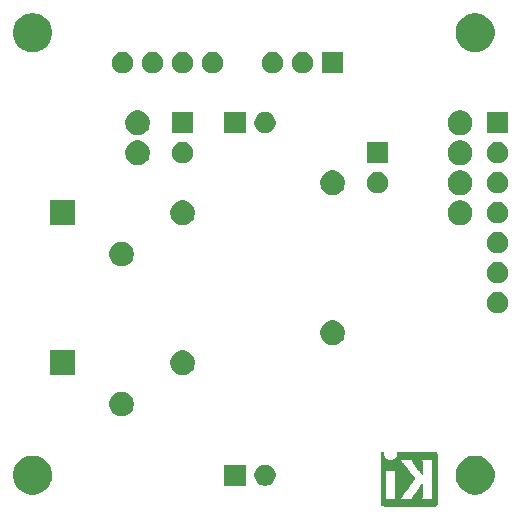
<source format=gbs>
G04 #@! TF.GenerationSoftware,KiCad,Pcbnew,5.1.5-52549c5~84~ubuntu19.04.1*
G04 #@! TF.CreationDate,2019-11-23T15:47:04+01:00*
G04 #@! TF.ProjectId,2ch-4-20mA,3263682d-342d-4323-906d-412e6b696361,rev?*
G04 #@! TF.SameCoordinates,Original*
G04 #@! TF.FileFunction,Soldermask,Bot*
G04 #@! TF.FilePolarity,Negative*
%FSLAX46Y46*%
G04 Gerber Fmt 4.6, Leading zero omitted, Abs format (unit mm)*
G04 Created by KiCad (PCBNEW 5.1.5-52549c5~84~ubuntu19.04.1) date 2019-11-23 15:47:04*
%MOMM*%
%LPD*%
G04 APERTURE LIST*
%ADD10C,0.010000*%
%ADD11C,0.100000*%
G04 APERTURE END LIST*
D10*
G36*
X150901400Y-118774054D02*
G01*
X150890535Y-118887993D01*
X150858918Y-118995616D01*
X150808015Y-119094615D01*
X150739293Y-119182684D01*
X150654219Y-119257516D01*
X150557232Y-119315384D01*
X150450964Y-119355005D01*
X150343950Y-119373573D01*
X150238300Y-119372434D01*
X150136125Y-119352930D01*
X150039534Y-119316406D01*
X149950638Y-119264205D01*
X149871546Y-119197673D01*
X149804369Y-119118152D01*
X149751217Y-119026987D01*
X149714199Y-118925523D01*
X149695427Y-118815102D01*
X149693489Y-118765206D01*
X149693489Y-118677267D01*
X149641560Y-118677267D01*
X149605253Y-118680111D01*
X149578355Y-118691911D01*
X149551249Y-118715649D01*
X149512867Y-118754031D01*
X149512867Y-120945602D01*
X149512876Y-121207739D01*
X149512908Y-121448241D01*
X149512972Y-121668048D01*
X149513076Y-121868101D01*
X149513227Y-122049344D01*
X149513434Y-122212716D01*
X149513706Y-122359160D01*
X149514050Y-122489617D01*
X149514474Y-122605029D01*
X149514987Y-122706338D01*
X149515597Y-122794484D01*
X149516312Y-122870410D01*
X149517140Y-122935057D01*
X149518089Y-122989367D01*
X149519167Y-123034280D01*
X149520383Y-123070740D01*
X149521745Y-123099687D01*
X149523261Y-123122063D01*
X149524938Y-123138809D01*
X149526786Y-123150868D01*
X149528813Y-123159180D01*
X149531025Y-123164687D01*
X149532108Y-123166537D01*
X149536271Y-123173549D01*
X149539805Y-123179996D01*
X149543635Y-123185900D01*
X149548682Y-123191286D01*
X149555871Y-123196178D01*
X149566123Y-123200598D01*
X149580364Y-123204572D01*
X149599514Y-123208121D01*
X149624499Y-123211270D01*
X149656240Y-123214042D01*
X149695662Y-123216461D01*
X149743686Y-123218551D01*
X149801237Y-123220335D01*
X149869237Y-123221837D01*
X149948610Y-123223080D01*
X150040279Y-123224089D01*
X150145166Y-123224885D01*
X150264196Y-123225494D01*
X150398290Y-123225939D01*
X150548373Y-123226243D01*
X150715367Y-123226430D01*
X150900196Y-123226524D01*
X151103783Y-123226548D01*
X151327050Y-123226525D01*
X151570922Y-123226480D01*
X151836321Y-123226437D01*
X151874704Y-123226432D01*
X152141682Y-123226389D01*
X152387002Y-123226318D01*
X152611583Y-123226213D01*
X152816345Y-123226066D01*
X153002206Y-123225869D01*
X153170088Y-123225616D01*
X153320908Y-123225300D01*
X153455587Y-123224913D01*
X153575044Y-123224447D01*
X153680199Y-123223897D01*
X153771971Y-123223253D01*
X153851279Y-123222511D01*
X153919043Y-123221661D01*
X153976182Y-123220697D01*
X154023617Y-123219611D01*
X154062266Y-123218397D01*
X154093049Y-123217047D01*
X154116885Y-123215555D01*
X154134694Y-123213911D01*
X154147395Y-123212111D01*
X154155908Y-123210145D01*
X154160266Y-123208477D01*
X154168728Y-123204906D01*
X154176497Y-123202270D01*
X154183602Y-123199634D01*
X154190073Y-123196062D01*
X154195939Y-123190621D01*
X154201229Y-123182375D01*
X154205974Y-123170390D01*
X154210202Y-123153731D01*
X154213943Y-123131463D01*
X154217227Y-123102652D01*
X154220083Y-123066363D01*
X154222540Y-123021661D01*
X154224629Y-122967611D01*
X154226378Y-122903279D01*
X154227817Y-122827730D01*
X154228976Y-122740030D01*
X154229883Y-122639243D01*
X154230569Y-122524434D01*
X154231063Y-122394670D01*
X154231395Y-122249015D01*
X154231593Y-122086535D01*
X154231687Y-121906295D01*
X154231708Y-121707360D01*
X154231685Y-121488796D01*
X154231646Y-121249668D01*
X154231622Y-120989040D01*
X154231622Y-120946889D01*
X154231636Y-120683992D01*
X154231661Y-120442732D01*
X154231671Y-120222165D01*
X154231642Y-120021352D01*
X154231548Y-119839349D01*
X154231362Y-119675216D01*
X154231059Y-119528011D01*
X154230614Y-119396792D01*
X154230034Y-119286867D01*
X153927197Y-119286867D01*
X153887407Y-119344711D01*
X153876236Y-119360479D01*
X153866166Y-119374441D01*
X153857138Y-119387784D01*
X153849097Y-119401693D01*
X153841986Y-119417356D01*
X153835747Y-119435958D01*
X153830325Y-119458686D01*
X153825662Y-119486727D01*
X153821701Y-119521267D01*
X153818385Y-119563492D01*
X153815659Y-119614589D01*
X153813464Y-119675744D01*
X153811745Y-119748144D01*
X153810444Y-119832975D01*
X153809505Y-119931422D01*
X153808870Y-120044674D01*
X153808484Y-120173916D01*
X153808288Y-120320334D01*
X153808227Y-120485116D01*
X153808243Y-120669447D01*
X153808280Y-120874513D01*
X153808289Y-120997133D01*
X153808265Y-121214082D01*
X153808231Y-121409642D01*
X153808243Y-121584999D01*
X153808358Y-121741341D01*
X153808630Y-121879857D01*
X153809118Y-122001734D01*
X153809876Y-122108160D01*
X153810962Y-122200322D01*
X153812431Y-122279409D01*
X153814340Y-122346608D01*
X153816744Y-122403107D01*
X153819701Y-122450093D01*
X153823266Y-122488755D01*
X153827495Y-122520280D01*
X153832446Y-122545855D01*
X153838173Y-122566670D01*
X153844733Y-122583911D01*
X153852183Y-122598765D01*
X153860579Y-122612422D01*
X153869976Y-122626069D01*
X153880432Y-122640893D01*
X153886523Y-122649783D01*
X153925296Y-122707400D01*
X153393732Y-122707400D01*
X153270483Y-122707365D01*
X153167987Y-122707215D01*
X153084420Y-122706878D01*
X153017956Y-122706286D01*
X152966771Y-122705367D01*
X152929041Y-122704051D01*
X152902940Y-122702269D01*
X152886644Y-122699951D01*
X152878328Y-122697026D01*
X152876168Y-122693424D01*
X152878339Y-122689075D01*
X152879535Y-122687645D01*
X152904685Y-122650573D01*
X152930583Y-122597772D01*
X152954192Y-122535770D01*
X152962461Y-122509357D01*
X152967078Y-122491416D01*
X152970979Y-122470355D01*
X152974248Y-122444089D01*
X152976966Y-122410532D01*
X152979215Y-122367599D01*
X152981077Y-122313204D01*
X152982636Y-122245262D01*
X152983972Y-122161688D01*
X152985169Y-122060395D01*
X152986308Y-121939300D01*
X152986685Y-121894600D01*
X152987702Y-121769449D01*
X152988460Y-121665082D01*
X152988903Y-121579707D01*
X152988970Y-121511533D01*
X152988605Y-121458765D01*
X152987748Y-121419614D01*
X152986341Y-121392285D01*
X152984325Y-121374986D01*
X152981643Y-121365926D01*
X152978236Y-121363312D01*
X152974044Y-121365351D01*
X152969571Y-121369667D01*
X152959216Y-121382602D01*
X152937158Y-121411676D01*
X152904957Y-121454759D01*
X152864174Y-121509718D01*
X152816370Y-121574423D01*
X152763105Y-121646742D01*
X152705940Y-121724544D01*
X152646437Y-121805698D01*
X152586155Y-121888072D01*
X152526655Y-121969536D01*
X152469498Y-122047957D01*
X152416245Y-122121204D01*
X152368457Y-122187147D01*
X152327693Y-122243654D01*
X152295516Y-122288593D01*
X152273485Y-122319834D01*
X152268917Y-122326466D01*
X152245996Y-122363369D01*
X152219188Y-122411359D01*
X152193789Y-122460897D01*
X152190568Y-122467577D01*
X152168890Y-122515772D01*
X152156304Y-122553334D01*
X152150574Y-122589160D01*
X152149456Y-122631200D01*
X152150090Y-122707400D01*
X150995651Y-122707400D01*
X151086815Y-122613669D01*
X151133612Y-122563775D01*
X151183899Y-122507295D01*
X151229944Y-122453026D01*
X151250369Y-122427673D01*
X151280807Y-122388128D01*
X151320862Y-122334916D01*
X151369361Y-122269667D01*
X151425135Y-122194011D01*
X151487011Y-122109577D01*
X151553819Y-122017994D01*
X151624387Y-121920892D01*
X151697545Y-121819901D01*
X151772121Y-121716650D01*
X151846944Y-121612768D01*
X151920843Y-121509885D01*
X151992646Y-121409631D01*
X152061184Y-121313636D01*
X152125284Y-121223527D01*
X152183775Y-121140936D01*
X152235486Y-121067492D01*
X152279247Y-121004824D01*
X152313885Y-120954561D01*
X152338230Y-120918334D01*
X152351111Y-120897771D01*
X152352869Y-120893668D01*
X152344910Y-120882342D01*
X152324115Y-120855162D01*
X152291847Y-120813829D01*
X152249470Y-120760044D01*
X152198347Y-120695506D01*
X152139841Y-120621918D01*
X152075314Y-120540978D01*
X152006131Y-120454388D01*
X151933653Y-120363848D01*
X151859246Y-120271060D01*
X151799517Y-120196702D01*
X150788511Y-120196702D01*
X150782602Y-120209659D01*
X150768272Y-120231908D01*
X150767225Y-120233391D01*
X150748438Y-120263544D01*
X150728791Y-120300375D01*
X150724892Y-120308511D01*
X150721356Y-120316940D01*
X150718230Y-120327059D01*
X150715486Y-120340260D01*
X150713092Y-120357938D01*
X150711019Y-120381484D01*
X150709235Y-120412293D01*
X150707712Y-120451757D01*
X150706419Y-120501269D01*
X150705326Y-120562223D01*
X150704403Y-120636011D01*
X150703619Y-120724028D01*
X150702945Y-120827665D01*
X150702350Y-120948316D01*
X150701805Y-121087374D01*
X150701279Y-121246232D01*
X150700745Y-121425089D01*
X150700206Y-121610207D01*
X150699772Y-121774145D01*
X150699509Y-121918303D01*
X150699484Y-122044079D01*
X150699765Y-122152871D01*
X150700419Y-122246077D01*
X150701514Y-122325097D01*
X150703118Y-122391328D01*
X150705297Y-122446170D01*
X150708119Y-122491021D01*
X150711651Y-122527278D01*
X150715961Y-122556341D01*
X150721117Y-122579609D01*
X150727185Y-122598479D01*
X150734233Y-122614351D01*
X150742329Y-122628622D01*
X150751540Y-122642691D01*
X150760040Y-122655158D01*
X150777176Y-122681452D01*
X150787322Y-122699037D01*
X150788511Y-122702257D01*
X150777604Y-122703334D01*
X150746411Y-122704335D01*
X150697223Y-122705235D01*
X150632333Y-122706010D01*
X150554030Y-122706637D01*
X150464607Y-122707091D01*
X150366356Y-122707349D01*
X150297445Y-122707400D01*
X150192452Y-122707180D01*
X150095610Y-122706548D01*
X150009107Y-122705549D01*
X149935132Y-122704227D01*
X149875874Y-122702626D01*
X149833520Y-122700791D01*
X149810260Y-122698765D01*
X149806378Y-122697493D01*
X149814076Y-122682591D01*
X149822074Y-122674560D01*
X149835246Y-122657434D01*
X149852485Y-122627183D01*
X149864407Y-122602622D01*
X149891045Y-122543711D01*
X149894120Y-121366845D01*
X149897195Y-120189978D01*
X150342853Y-120189978D01*
X150440670Y-120190142D01*
X150531064Y-120190611D01*
X150611630Y-120191347D01*
X150679962Y-120192316D01*
X150733656Y-120193480D01*
X150770305Y-120194803D01*
X150787504Y-120196249D01*
X150788511Y-120196702D01*
X151799517Y-120196702D01*
X151784270Y-120177722D01*
X151710090Y-120085537D01*
X151638069Y-119996204D01*
X151569569Y-119911424D01*
X151505955Y-119832898D01*
X151448588Y-119762326D01*
X151398833Y-119701409D01*
X151358052Y-119651847D01*
X151340888Y-119631178D01*
X151254596Y-119530516D01*
X151177997Y-119447259D01*
X151109183Y-119379438D01*
X151046248Y-119325089D01*
X151036867Y-119317722D01*
X150997356Y-119287117D01*
X152129116Y-119286867D01*
X152123827Y-119334844D01*
X152127130Y-119392188D01*
X152148661Y-119460463D01*
X152188635Y-119540212D01*
X152233943Y-119612495D01*
X152250161Y-119635140D01*
X152278214Y-119672696D01*
X152316430Y-119723021D01*
X152363137Y-119783973D01*
X152416661Y-119853411D01*
X152475331Y-119929194D01*
X152537475Y-120009180D01*
X152601421Y-120091228D01*
X152665495Y-120173196D01*
X152728027Y-120252943D01*
X152787343Y-120328327D01*
X152841771Y-120397207D01*
X152889639Y-120457442D01*
X152929275Y-120506889D01*
X152959006Y-120543408D01*
X152977161Y-120564858D01*
X152980220Y-120568156D01*
X152983079Y-120560149D01*
X152985293Y-120529855D01*
X152986857Y-120477556D01*
X152987767Y-120403531D01*
X152988020Y-120308063D01*
X152987613Y-120191434D01*
X152986704Y-120071445D01*
X152985382Y-119939333D01*
X152983857Y-119827594D01*
X152981881Y-119734025D01*
X152979206Y-119656419D01*
X152975582Y-119592574D01*
X152970761Y-119540283D01*
X152964494Y-119497344D01*
X152956532Y-119461551D01*
X152946627Y-119430700D01*
X152934531Y-119402586D01*
X152919993Y-119375005D01*
X152905311Y-119349966D01*
X152867314Y-119286867D01*
X153927197Y-119286867D01*
X154230034Y-119286867D01*
X154230001Y-119280617D01*
X154229195Y-119178544D01*
X154228170Y-119089633D01*
X154226900Y-119012941D01*
X154225360Y-118947527D01*
X154223524Y-118892449D01*
X154221367Y-118846765D01*
X154218863Y-118809534D01*
X154215987Y-118779813D01*
X154212713Y-118756662D01*
X154209015Y-118739139D01*
X154204869Y-118726301D01*
X154200247Y-118717208D01*
X154195126Y-118710918D01*
X154189478Y-118706488D01*
X154183279Y-118702978D01*
X154176504Y-118699445D01*
X154170508Y-118695876D01*
X154165275Y-118693300D01*
X154157099Y-118690972D01*
X154144886Y-118688878D01*
X154127541Y-118687007D01*
X154103969Y-118685347D01*
X154073077Y-118683884D01*
X154033768Y-118682608D01*
X153984950Y-118681504D01*
X153925527Y-118680561D01*
X153854404Y-118679767D01*
X153770488Y-118679109D01*
X153672683Y-118678575D01*
X153559894Y-118678153D01*
X153431029Y-118677829D01*
X153284991Y-118677592D01*
X153120686Y-118677430D01*
X152937020Y-118677330D01*
X152732897Y-118677280D01*
X152521753Y-118677267D01*
X150901400Y-118677267D01*
X150901400Y-118774054D01*
G37*
X150901400Y-118774054D02*
X150890535Y-118887993D01*
X150858918Y-118995616D01*
X150808015Y-119094615D01*
X150739293Y-119182684D01*
X150654219Y-119257516D01*
X150557232Y-119315384D01*
X150450964Y-119355005D01*
X150343950Y-119373573D01*
X150238300Y-119372434D01*
X150136125Y-119352930D01*
X150039534Y-119316406D01*
X149950638Y-119264205D01*
X149871546Y-119197673D01*
X149804369Y-119118152D01*
X149751217Y-119026987D01*
X149714199Y-118925523D01*
X149695427Y-118815102D01*
X149693489Y-118765206D01*
X149693489Y-118677267D01*
X149641560Y-118677267D01*
X149605253Y-118680111D01*
X149578355Y-118691911D01*
X149551249Y-118715649D01*
X149512867Y-118754031D01*
X149512867Y-120945602D01*
X149512876Y-121207739D01*
X149512908Y-121448241D01*
X149512972Y-121668048D01*
X149513076Y-121868101D01*
X149513227Y-122049344D01*
X149513434Y-122212716D01*
X149513706Y-122359160D01*
X149514050Y-122489617D01*
X149514474Y-122605029D01*
X149514987Y-122706338D01*
X149515597Y-122794484D01*
X149516312Y-122870410D01*
X149517140Y-122935057D01*
X149518089Y-122989367D01*
X149519167Y-123034280D01*
X149520383Y-123070740D01*
X149521745Y-123099687D01*
X149523261Y-123122063D01*
X149524938Y-123138809D01*
X149526786Y-123150868D01*
X149528813Y-123159180D01*
X149531025Y-123164687D01*
X149532108Y-123166537D01*
X149536271Y-123173549D01*
X149539805Y-123179996D01*
X149543635Y-123185900D01*
X149548682Y-123191286D01*
X149555871Y-123196178D01*
X149566123Y-123200598D01*
X149580364Y-123204572D01*
X149599514Y-123208121D01*
X149624499Y-123211270D01*
X149656240Y-123214042D01*
X149695662Y-123216461D01*
X149743686Y-123218551D01*
X149801237Y-123220335D01*
X149869237Y-123221837D01*
X149948610Y-123223080D01*
X150040279Y-123224089D01*
X150145166Y-123224885D01*
X150264196Y-123225494D01*
X150398290Y-123225939D01*
X150548373Y-123226243D01*
X150715367Y-123226430D01*
X150900196Y-123226524D01*
X151103783Y-123226548D01*
X151327050Y-123226525D01*
X151570922Y-123226480D01*
X151836321Y-123226437D01*
X151874704Y-123226432D01*
X152141682Y-123226389D01*
X152387002Y-123226318D01*
X152611583Y-123226213D01*
X152816345Y-123226066D01*
X153002206Y-123225869D01*
X153170088Y-123225616D01*
X153320908Y-123225300D01*
X153455587Y-123224913D01*
X153575044Y-123224447D01*
X153680199Y-123223897D01*
X153771971Y-123223253D01*
X153851279Y-123222511D01*
X153919043Y-123221661D01*
X153976182Y-123220697D01*
X154023617Y-123219611D01*
X154062266Y-123218397D01*
X154093049Y-123217047D01*
X154116885Y-123215555D01*
X154134694Y-123213911D01*
X154147395Y-123212111D01*
X154155908Y-123210145D01*
X154160266Y-123208477D01*
X154168728Y-123204906D01*
X154176497Y-123202270D01*
X154183602Y-123199634D01*
X154190073Y-123196062D01*
X154195939Y-123190621D01*
X154201229Y-123182375D01*
X154205974Y-123170390D01*
X154210202Y-123153731D01*
X154213943Y-123131463D01*
X154217227Y-123102652D01*
X154220083Y-123066363D01*
X154222540Y-123021661D01*
X154224629Y-122967611D01*
X154226378Y-122903279D01*
X154227817Y-122827730D01*
X154228976Y-122740030D01*
X154229883Y-122639243D01*
X154230569Y-122524434D01*
X154231063Y-122394670D01*
X154231395Y-122249015D01*
X154231593Y-122086535D01*
X154231687Y-121906295D01*
X154231708Y-121707360D01*
X154231685Y-121488796D01*
X154231646Y-121249668D01*
X154231622Y-120989040D01*
X154231622Y-120946889D01*
X154231636Y-120683992D01*
X154231661Y-120442732D01*
X154231671Y-120222165D01*
X154231642Y-120021352D01*
X154231548Y-119839349D01*
X154231362Y-119675216D01*
X154231059Y-119528011D01*
X154230614Y-119396792D01*
X154230034Y-119286867D01*
X153927197Y-119286867D01*
X153887407Y-119344711D01*
X153876236Y-119360479D01*
X153866166Y-119374441D01*
X153857138Y-119387784D01*
X153849097Y-119401693D01*
X153841986Y-119417356D01*
X153835747Y-119435958D01*
X153830325Y-119458686D01*
X153825662Y-119486727D01*
X153821701Y-119521267D01*
X153818385Y-119563492D01*
X153815659Y-119614589D01*
X153813464Y-119675744D01*
X153811745Y-119748144D01*
X153810444Y-119832975D01*
X153809505Y-119931422D01*
X153808870Y-120044674D01*
X153808484Y-120173916D01*
X153808288Y-120320334D01*
X153808227Y-120485116D01*
X153808243Y-120669447D01*
X153808280Y-120874513D01*
X153808289Y-120997133D01*
X153808265Y-121214082D01*
X153808231Y-121409642D01*
X153808243Y-121584999D01*
X153808358Y-121741341D01*
X153808630Y-121879857D01*
X153809118Y-122001734D01*
X153809876Y-122108160D01*
X153810962Y-122200322D01*
X153812431Y-122279409D01*
X153814340Y-122346608D01*
X153816744Y-122403107D01*
X153819701Y-122450093D01*
X153823266Y-122488755D01*
X153827495Y-122520280D01*
X153832446Y-122545855D01*
X153838173Y-122566670D01*
X153844733Y-122583911D01*
X153852183Y-122598765D01*
X153860579Y-122612422D01*
X153869976Y-122626069D01*
X153880432Y-122640893D01*
X153886523Y-122649783D01*
X153925296Y-122707400D01*
X153393732Y-122707400D01*
X153270483Y-122707365D01*
X153167987Y-122707215D01*
X153084420Y-122706878D01*
X153017956Y-122706286D01*
X152966771Y-122705367D01*
X152929041Y-122704051D01*
X152902940Y-122702269D01*
X152886644Y-122699951D01*
X152878328Y-122697026D01*
X152876168Y-122693424D01*
X152878339Y-122689075D01*
X152879535Y-122687645D01*
X152904685Y-122650573D01*
X152930583Y-122597772D01*
X152954192Y-122535770D01*
X152962461Y-122509357D01*
X152967078Y-122491416D01*
X152970979Y-122470355D01*
X152974248Y-122444089D01*
X152976966Y-122410532D01*
X152979215Y-122367599D01*
X152981077Y-122313204D01*
X152982636Y-122245262D01*
X152983972Y-122161688D01*
X152985169Y-122060395D01*
X152986308Y-121939300D01*
X152986685Y-121894600D01*
X152987702Y-121769449D01*
X152988460Y-121665082D01*
X152988903Y-121579707D01*
X152988970Y-121511533D01*
X152988605Y-121458765D01*
X152987748Y-121419614D01*
X152986341Y-121392285D01*
X152984325Y-121374986D01*
X152981643Y-121365926D01*
X152978236Y-121363312D01*
X152974044Y-121365351D01*
X152969571Y-121369667D01*
X152959216Y-121382602D01*
X152937158Y-121411676D01*
X152904957Y-121454759D01*
X152864174Y-121509718D01*
X152816370Y-121574423D01*
X152763105Y-121646742D01*
X152705940Y-121724544D01*
X152646437Y-121805698D01*
X152586155Y-121888072D01*
X152526655Y-121969536D01*
X152469498Y-122047957D01*
X152416245Y-122121204D01*
X152368457Y-122187147D01*
X152327693Y-122243654D01*
X152295516Y-122288593D01*
X152273485Y-122319834D01*
X152268917Y-122326466D01*
X152245996Y-122363369D01*
X152219188Y-122411359D01*
X152193789Y-122460897D01*
X152190568Y-122467577D01*
X152168890Y-122515772D01*
X152156304Y-122553334D01*
X152150574Y-122589160D01*
X152149456Y-122631200D01*
X152150090Y-122707400D01*
X150995651Y-122707400D01*
X151086815Y-122613669D01*
X151133612Y-122563775D01*
X151183899Y-122507295D01*
X151229944Y-122453026D01*
X151250369Y-122427673D01*
X151280807Y-122388128D01*
X151320862Y-122334916D01*
X151369361Y-122269667D01*
X151425135Y-122194011D01*
X151487011Y-122109577D01*
X151553819Y-122017994D01*
X151624387Y-121920892D01*
X151697545Y-121819901D01*
X151772121Y-121716650D01*
X151846944Y-121612768D01*
X151920843Y-121509885D01*
X151992646Y-121409631D01*
X152061184Y-121313636D01*
X152125284Y-121223527D01*
X152183775Y-121140936D01*
X152235486Y-121067492D01*
X152279247Y-121004824D01*
X152313885Y-120954561D01*
X152338230Y-120918334D01*
X152351111Y-120897771D01*
X152352869Y-120893668D01*
X152344910Y-120882342D01*
X152324115Y-120855162D01*
X152291847Y-120813829D01*
X152249470Y-120760044D01*
X152198347Y-120695506D01*
X152139841Y-120621918D01*
X152075314Y-120540978D01*
X152006131Y-120454388D01*
X151933653Y-120363848D01*
X151859246Y-120271060D01*
X151799517Y-120196702D01*
X150788511Y-120196702D01*
X150782602Y-120209659D01*
X150768272Y-120231908D01*
X150767225Y-120233391D01*
X150748438Y-120263544D01*
X150728791Y-120300375D01*
X150724892Y-120308511D01*
X150721356Y-120316940D01*
X150718230Y-120327059D01*
X150715486Y-120340260D01*
X150713092Y-120357938D01*
X150711019Y-120381484D01*
X150709235Y-120412293D01*
X150707712Y-120451757D01*
X150706419Y-120501269D01*
X150705326Y-120562223D01*
X150704403Y-120636011D01*
X150703619Y-120724028D01*
X150702945Y-120827665D01*
X150702350Y-120948316D01*
X150701805Y-121087374D01*
X150701279Y-121246232D01*
X150700745Y-121425089D01*
X150700206Y-121610207D01*
X150699772Y-121774145D01*
X150699509Y-121918303D01*
X150699484Y-122044079D01*
X150699765Y-122152871D01*
X150700419Y-122246077D01*
X150701514Y-122325097D01*
X150703118Y-122391328D01*
X150705297Y-122446170D01*
X150708119Y-122491021D01*
X150711651Y-122527278D01*
X150715961Y-122556341D01*
X150721117Y-122579609D01*
X150727185Y-122598479D01*
X150734233Y-122614351D01*
X150742329Y-122628622D01*
X150751540Y-122642691D01*
X150760040Y-122655158D01*
X150777176Y-122681452D01*
X150787322Y-122699037D01*
X150788511Y-122702257D01*
X150777604Y-122703334D01*
X150746411Y-122704335D01*
X150697223Y-122705235D01*
X150632333Y-122706010D01*
X150554030Y-122706637D01*
X150464607Y-122707091D01*
X150366356Y-122707349D01*
X150297445Y-122707400D01*
X150192452Y-122707180D01*
X150095610Y-122706548D01*
X150009107Y-122705549D01*
X149935132Y-122704227D01*
X149875874Y-122702626D01*
X149833520Y-122700791D01*
X149810260Y-122698765D01*
X149806378Y-122697493D01*
X149814076Y-122682591D01*
X149822074Y-122674560D01*
X149835246Y-122657434D01*
X149852485Y-122627183D01*
X149864407Y-122602622D01*
X149891045Y-122543711D01*
X149894120Y-121366845D01*
X149897195Y-120189978D01*
X150342853Y-120189978D01*
X150440670Y-120190142D01*
X150531064Y-120190611D01*
X150611630Y-120191347D01*
X150679962Y-120192316D01*
X150733656Y-120193480D01*
X150770305Y-120194803D01*
X150787504Y-120196249D01*
X150788511Y-120196702D01*
X151799517Y-120196702D01*
X151784270Y-120177722D01*
X151710090Y-120085537D01*
X151638069Y-119996204D01*
X151569569Y-119911424D01*
X151505955Y-119832898D01*
X151448588Y-119762326D01*
X151398833Y-119701409D01*
X151358052Y-119651847D01*
X151340888Y-119631178D01*
X151254596Y-119530516D01*
X151177997Y-119447259D01*
X151109183Y-119379438D01*
X151046248Y-119325089D01*
X151036867Y-119317722D01*
X150997356Y-119287117D01*
X152129116Y-119286867D01*
X152123827Y-119334844D01*
X152127130Y-119392188D01*
X152148661Y-119460463D01*
X152188635Y-119540212D01*
X152233943Y-119612495D01*
X152250161Y-119635140D01*
X152278214Y-119672696D01*
X152316430Y-119723021D01*
X152363137Y-119783973D01*
X152416661Y-119853411D01*
X152475331Y-119929194D01*
X152537475Y-120009180D01*
X152601421Y-120091228D01*
X152665495Y-120173196D01*
X152728027Y-120252943D01*
X152787343Y-120328327D01*
X152841771Y-120397207D01*
X152889639Y-120457442D01*
X152929275Y-120506889D01*
X152959006Y-120543408D01*
X152977161Y-120564858D01*
X152980220Y-120568156D01*
X152983079Y-120560149D01*
X152985293Y-120529855D01*
X152986857Y-120477556D01*
X152987767Y-120403531D01*
X152988020Y-120308063D01*
X152987613Y-120191434D01*
X152986704Y-120071445D01*
X152985382Y-119939333D01*
X152983857Y-119827594D01*
X152981881Y-119734025D01*
X152979206Y-119656419D01*
X152975582Y-119592574D01*
X152970761Y-119540283D01*
X152964494Y-119497344D01*
X152956532Y-119461551D01*
X152946627Y-119430700D01*
X152934531Y-119402586D01*
X152919993Y-119375005D01*
X152905311Y-119349966D01*
X152867314Y-119286867D01*
X153927197Y-119286867D01*
X154230034Y-119286867D01*
X154230001Y-119280617D01*
X154229195Y-119178544D01*
X154228170Y-119089633D01*
X154226900Y-119012941D01*
X154225360Y-118947527D01*
X154223524Y-118892449D01*
X154221367Y-118846765D01*
X154218863Y-118809534D01*
X154215987Y-118779813D01*
X154212713Y-118756662D01*
X154209015Y-118739139D01*
X154204869Y-118726301D01*
X154200247Y-118717208D01*
X154195126Y-118710918D01*
X154189478Y-118706488D01*
X154183279Y-118702978D01*
X154176504Y-118699445D01*
X154170508Y-118695876D01*
X154165275Y-118693300D01*
X154157099Y-118690972D01*
X154144886Y-118688878D01*
X154127541Y-118687007D01*
X154103969Y-118685347D01*
X154073077Y-118683884D01*
X154033768Y-118682608D01*
X153984950Y-118681504D01*
X153925527Y-118680561D01*
X153854404Y-118679767D01*
X153770488Y-118679109D01*
X153672683Y-118678575D01*
X153559894Y-118678153D01*
X153431029Y-118677829D01*
X153284991Y-118677592D01*
X153120686Y-118677430D01*
X152937020Y-118677330D01*
X152732897Y-118677280D01*
X152521753Y-118677267D01*
X150901400Y-118677267D01*
X150901400Y-118774054D01*
D11*
G36*
X157855256Y-119041298D02*
G01*
X157961579Y-119062447D01*
X158262042Y-119186903D01*
X158532451Y-119367585D01*
X158762415Y-119597549D01*
X158943097Y-119867958D01*
X159029125Y-120075647D01*
X159067553Y-120168422D01*
X159131000Y-120487389D01*
X159131000Y-120812611D01*
X159088702Y-121025256D01*
X159067553Y-121131579D01*
X158943097Y-121432042D01*
X158762415Y-121702451D01*
X158532451Y-121932415D01*
X158262042Y-122113097D01*
X157961579Y-122237553D01*
X157855256Y-122258702D01*
X157642611Y-122301000D01*
X157317389Y-122301000D01*
X157104744Y-122258702D01*
X156998421Y-122237553D01*
X156697958Y-122113097D01*
X156427549Y-121932415D01*
X156197585Y-121702451D01*
X156016903Y-121432042D01*
X155892447Y-121131579D01*
X155871298Y-121025256D01*
X155829000Y-120812611D01*
X155829000Y-120487389D01*
X155892447Y-120168422D01*
X155930876Y-120075647D01*
X156016903Y-119867958D01*
X156197585Y-119597549D01*
X156427549Y-119367585D01*
X156697958Y-119186903D01*
X156998421Y-119062447D01*
X157104744Y-119041298D01*
X157317389Y-118999000D01*
X157642611Y-118999000D01*
X157855256Y-119041298D01*
G37*
G36*
X120390256Y-119041298D02*
G01*
X120496579Y-119062447D01*
X120797042Y-119186903D01*
X121067451Y-119367585D01*
X121297415Y-119597549D01*
X121478097Y-119867958D01*
X121564125Y-120075647D01*
X121602553Y-120168422D01*
X121666000Y-120487389D01*
X121666000Y-120812611D01*
X121623702Y-121025256D01*
X121602553Y-121131579D01*
X121478097Y-121432042D01*
X121297415Y-121702451D01*
X121067451Y-121932415D01*
X120797042Y-122113097D01*
X120496579Y-122237553D01*
X120390256Y-122258702D01*
X120177611Y-122301000D01*
X119852389Y-122301000D01*
X119639744Y-122258702D01*
X119533421Y-122237553D01*
X119232958Y-122113097D01*
X118962549Y-121932415D01*
X118732585Y-121702451D01*
X118551903Y-121432042D01*
X118427447Y-121131579D01*
X118406298Y-121025256D01*
X118364000Y-120812611D01*
X118364000Y-120487389D01*
X118427447Y-120168422D01*
X118465876Y-120075647D01*
X118551903Y-119867958D01*
X118732585Y-119597549D01*
X118962549Y-119367585D01*
X119232958Y-119186903D01*
X119533421Y-119062447D01*
X119639744Y-119041298D01*
X119852389Y-118999000D01*
X120177611Y-118999000D01*
X120390256Y-119041298D01*
G37*
G36*
X138061000Y-121551000D02*
G01*
X136259000Y-121551000D01*
X136259000Y-119749000D01*
X138061000Y-119749000D01*
X138061000Y-121551000D01*
G37*
G36*
X139813512Y-119753927D02*
G01*
X139962812Y-119783624D01*
X140126784Y-119851544D01*
X140274354Y-119950147D01*
X140399853Y-120075646D01*
X140498456Y-120223216D01*
X140566376Y-120387188D01*
X140601000Y-120561259D01*
X140601000Y-120738741D01*
X140566376Y-120912812D01*
X140498456Y-121076784D01*
X140399853Y-121224354D01*
X140274354Y-121349853D01*
X140126784Y-121448456D01*
X139962812Y-121516376D01*
X139813512Y-121546073D01*
X139788742Y-121551000D01*
X139611258Y-121551000D01*
X139586488Y-121546073D01*
X139437188Y-121516376D01*
X139273216Y-121448456D01*
X139125646Y-121349853D01*
X139000147Y-121224354D01*
X138901544Y-121076784D01*
X138833624Y-120912812D01*
X138799000Y-120738741D01*
X138799000Y-120561259D01*
X138833624Y-120387188D01*
X138901544Y-120223216D01*
X139000147Y-120075646D01*
X139125646Y-119950147D01*
X139273216Y-119851544D01*
X139437188Y-119783624D01*
X139586488Y-119753927D01*
X139611258Y-119749000D01*
X139788742Y-119749000D01*
X139813512Y-119753927D01*
G37*
G36*
X127859764Y-113608989D02*
G01*
X128051033Y-113688215D01*
X128051035Y-113688216D01*
X128223173Y-113803235D01*
X128369565Y-113949627D01*
X128484585Y-114121767D01*
X128563811Y-114313036D01*
X128604200Y-114516084D01*
X128604200Y-114723116D01*
X128563811Y-114926164D01*
X128484585Y-115117433D01*
X128484584Y-115117435D01*
X128369565Y-115289573D01*
X128223173Y-115435965D01*
X128051035Y-115550984D01*
X128051034Y-115550985D01*
X128051033Y-115550985D01*
X127859764Y-115630211D01*
X127656716Y-115670600D01*
X127449684Y-115670600D01*
X127246636Y-115630211D01*
X127055367Y-115550985D01*
X127055366Y-115550985D01*
X127055365Y-115550984D01*
X126883227Y-115435965D01*
X126736835Y-115289573D01*
X126621816Y-115117435D01*
X126621815Y-115117433D01*
X126542589Y-114926164D01*
X126502200Y-114723116D01*
X126502200Y-114516084D01*
X126542589Y-114313036D01*
X126621815Y-114121767D01*
X126736835Y-113949627D01*
X126883227Y-113803235D01*
X127055365Y-113688216D01*
X127055367Y-113688215D01*
X127246636Y-113608989D01*
X127449684Y-113568600D01*
X127656716Y-113568600D01*
X127859764Y-113608989D01*
G37*
G36*
X133021564Y-110114389D02*
G01*
X133212833Y-110193615D01*
X133212835Y-110193616D01*
X133384973Y-110308635D01*
X133531365Y-110455027D01*
X133646385Y-110627167D01*
X133725611Y-110818436D01*
X133766000Y-111021484D01*
X133766000Y-111228516D01*
X133725611Y-111431564D01*
X133646385Y-111622833D01*
X133646384Y-111622835D01*
X133531365Y-111794973D01*
X133384973Y-111941365D01*
X133212835Y-112056384D01*
X133212834Y-112056385D01*
X133212833Y-112056385D01*
X133021564Y-112135611D01*
X132818516Y-112176000D01*
X132611484Y-112176000D01*
X132408436Y-112135611D01*
X132217167Y-112056385D01*
X132217166Y-112056385D01*
X132217165Y-112056384D01*
X132045027Y-111941365D01*
X131898635Y-111794973D01*
X131783616Y-111622835D01*
X131783615Y-111622833D01*
X131704389Y-111431564D01*
X131664000Y-111228516D01*
X131664000Y-111021484D01*
X131704389Y-110818436D01*
X131783615Y-110627167D01*
X131898635Y-110455027D01*
X132045027Y-110308635D01*
X132217165Y-110193616D01*
X132217167Y-110193615D01*
X132408436Y-110114389D01*
X132611484Y-110074000D01*
X132818516Y-110074000D01*
X133021564Y-110114389D01*
G37*
G36*
X123604200Y-112170600D02*
G01*
X121502200Y-112170600D01*
X121502200Y-110068600D01*
X123604200Y-110068600D01*
X123604200Y-112170600D01*
G37*
G36*
X145721564Y-107574389D02*
G01*
X145912833Y-107653615D01*
X145912835Y-107653616D01*
X146084973Y-107768635D01*
X146231365Y-107915027D01*
X146346385Y-108087167D01*
X146425611Y-108278436D01*
X146466000Y-108481484D01*
X146466000Y-108688516D01*
X146425611Y-108891564D01*
X146346385Y-109082833D01*
X146346384Y-109082835D01*
X146231365Y-109254973D01*
X146084973Y-109401365D01*
X145912835Y-109516384D01*
X145912834Y-109516385D01*
X145912833Y-109516385D01*
X145721564Y-109595611D01*
X145518516Y-109636000D01*
X145311484Y-109636000D01*
X145108436Y-109595611D01*
X144917167Y-109516385D01*
X144917166Y-109516385D01*
X144917165Y-109516384D01*
X144745027Y-109401365D01*
X144598635Y-109254973D01*
X144483616Y-109082835D01*
X144483615Y-109082833D01*
X144404389Y-108891564D01*
X144364000Y-108688516D01*
X144364000Y-108481484D01*
X144404389Y-108278436D01*
X144483615Y-108087167D01*
X144598635Y-107915027D01*
X144745027Y-107768635D01*
X144917165Y-107653616D01*
X144917167Y-107653615D01*
X145108436Y-107574389D01*
X145311484Y-107534000D01*
X145518516Y-107534000D01*
X145721564Y-107574389D01*
G37*
G36*
X159498512Y-105148927D02*
G01*
X159647812Y-105178624D01*
X159811784Y-105246544D01*
X159959354Y-105345147D01*
X160084853Y-105470646D01*
X160183456Y-105618216D01*
X160251376Y-105782188D01*
X160286000Y-105956259D01*
X160286000Y-106133741D01*
X160251376Y-106307812D01*
X160183456Y-106471784D01*
X160084853Y-106619354D01*
X159959354Y-106744853D01*
X159811784Y-106843456D01*
X159647812Y-106911376D01*
X159498512Y-106941073D01*
X159473742Y-106946000D01*
X159296258Y-106946000D01*
X159271488Y-106941073D01*
X159122188Y-106911376D01*
X158958216Y-106843456D01*
X158810646Y-106744853D01*
X158685147Y-106619354D01*
X158586544Y-106471784D01*
X158518624Y-106307812D01*
X158484000Y-106133741D01*
X158484000Y-105956259D01*
X158518624Y-105782188D01*
X158586544Y-105618216D01*
X158685147Y-105470646D01*
X158810646Y-105345147D01*
X158958216Y-105246544D01*
X159122188Y-105178624D01*
X159271488Y-105148927D01*
X159296258Y-105144000D01*
X159473742Y-105144000D01*
X159498512Y-105148927D01*
G37*
G36*
X159498512Y-102608927D02*
G01*
X159647812Y-102638624D01*
X159811784Y-102706544D01*
X159959354Y-102805147D01*
X160084853Y-102930646D01*
X160183456Y-103078216D01*
X160251376Y-103242188D01*
X160286000Y-103416259D01*
X160286000Y-103593741D01*
X160251376Y-103767812D01*
X160183456Y-103931784D01*
X160084853Y-104079354D01*
X159959354Y-104204853D01*
X159811784Y-104303456D01*
X159647812Y-104371376D01*
X159498512Y-104401073D01*
X159473742Y-104406000D01*
X159296258Y-104406000D01*
X159271488Y-104401073D01*
X159122188Y-104371376D01*
X158958216Y-104303456D01*
X158810646Y-104204853D01*
X158685147Y-104079354D01*
X158586544Y-103931784D01*
X158518624Y-103767812D01*
X158484000Y-103593741D01*
X158484000Y-103416259D01*
X158518624Y-103242188D01*
X158586544Y-103078216D01*
X158685147Y-102930646D01*
X158810646Y-102805147D01*
X158958216Y-102706544D01*
X159122188Y-102638624D01*
X159271488Y-102608927D01*
X159296258Y-102604000D01*
X159473742Y-102604000D01*
X159498512Y-102608927D01*
G37*
G36*
X127859764Y-100908989D02*
G01*
X128051033Y-100988215D01*
X128051035Y-100988216D01*
X128223173Y-101103235D01*
X128369565Y-101249627D01*
X128484585Y-101421767D01*
X128563811Y-101613036D01*
X128604200Y-101816084D01*
X128604200Y-102023116D01*
X128563811Y-102226164D01*
X128484585Y-102417433D01*
X128484584Y-102417435D01*
X128369565Y-102589573D01*
X128223173Y-102735965D01*
X128051035Y-102850984D01*
X128051034Y-102850985D01*
X128051033Y-102850985D01*
X127859764Y-102930211D01*
X127656716Y-102970600D01*
X127449684Y-102970600D01*
X127246636Y-102930211D01*
X127055367Y-102850985D01*
X127055366Y-102850985D01*
X127055365Y-102850984D01*
X126883227Y-102735965D01*
X126736835Y-102589573D01*
X126621816Y-102417435D01*
X126621815Y-102417433D01*
X126542589Y-102226164D01*
X126502200Y-102023116D01*
X126502200Y-101816084D01*
X126542589Y-101613036D01*
X126621815Y-101421767D01*
X126736835Y-101249627D01*
X126883227Y-101103235D01*
X127055365Y-100988216D01*
X127055367Y-100988215D01*
X127246636Y-100908989D01*
X127449684Y-100868600D01*
X127656716Y-100868600D01*
X127859764Y-100908989D01*
G37*
G36*
X159498512Y-100068927D02*
G01*
X159647812Y-100098624D01*
X159811784Y-100166544D01*
X159959354Y-100265147D01*
X160084853Y-100390646D01*
X160183456Y-100538216D01*
X160251376Y-100702188D01*
X160286000Y-100876259D01*
X160286000Y-101053741D01*
X160251376Y-101227812D01*
X160183456Y-101391784D01*
X160084853Y-101539354D01*
X159959354Y-101664853D01*
X159811784Y-101763456D01*
X159647812Y-101831376D01*
X159498512Y-101861073D01*
X159473742Y-101866000D01*
X159296258Y-101866000D01*
X159271488Y-101861073D01*
X159122188Y-101831376D01*
X158958216Y-101763456D01*
X158810646Y-101664853D01*
X158685147Y-101539354D01*
X158586544Y-101391784D01*
X158518624Y-101227812D01*
X158484000Y-101053741D01*
X158484000Y-100876259D01*
X158518624Y-100702188D01*
X158586544Y-100538216D01*
X158685147Y-100390646D01*
X158810646Y-100265147D01*
X158958216Y-100166544D01*
X159122188Y-100098624D01*
X159271488Y-100068927D01*
X159296258Y-100064000D01*
X159473742Y-100064000D01*
X159498512Y-100068927D01*
G37*
G36*
X156516564Y-97414389D02*
G01*
X156707833Y-97493615D01*
X156707835Y-97493616D01*
X156879973Y-97608635D01*
X157026365Y-97755027D01*
X157090256Y-97850646D01*
X157141385Y-97927167D01*
X157220611Y-98118436D01*
X157261000Y-98321484D01*
X157261000Y-98528516D01*
X157220611Y-98731564D01*
X157170815Y-98851782D01*
X157141384Y-98922835D01*
X157026365Y-99094973D01*
X156879973Y-99241365D01*
X156707835Y-99356384D01*
X156707834Y-99356385D01*
X156707833Y-99356385D01*
X156516564Y-99435611D01*
X156313516Y-99476000D01*
X156106484Y-99476000D01*
X155903436Y-99435611D01*
X155712167Y-99356385D01*
X155712166Y-99356385D01*
X155712165Y-99356384D01*
X155540027Y-99241365D01*
X155393635Y-99094973D01*
X155278616Y-98922835D01*
X155249185Y-98851782D01*
X155199389Y-98731564D01*
X155159000Y-98528516D01*
X155159000Y-98321484D01*
X155199389Y-98118436D01*
X155278615Y-97927167D01*
X155329745Y-97850646D01*
X155393635Y-97755027D01*
X155540027Y-97608635D01*
X155712165Y-97493616D01*
X155712167Y-97493615D01*
X155903436Y-97414389D01*
X156106484Y-97374000D01*
X156313516Y-97374000D01*
X156516564Y-97414389D01*
G37*
G36*
X133021564Y-97414389D02*
G01*
X133212833Y-97493615D01*
X133212835Y-97493616D01*
X133384973Y-97608635D01*
X133531365Y-97755027D01*
X133595256Y-97850646D01*
X133646385Y-97927167D01*
X133725611Y-98118436D01*
X133766000Y-98321484D01*
X133766000Y-98528516D01*
X133725611Y-98731564D01*
X133675815Y-98851782D01*
X133646384Y-98922835D01*
X133531365Y-99094973D01*
X133384973Y-99241365D01*
X133212835Y-99356384D01*
X133212834Y-99356385D01*
X133212833Y-99356385D01*
X133021564Y-99435611D01*
X132818516Y-99476000D01*
X132611484Y-99476000D01*
X132408436Y-99435611D01*
X132217167Y-99356385D01*
X132217166Y-99356385D01*
X132217165Y-99356384D01*
X132045027Y-99241365D01*
X131898635Y-99094973D01*
X131783616Y-98922835D01*
X131754185Y-98851782D01*
X131704389Y-98731564D01*
X131664000Y-98528516D01*
X131664000Y-98321484D01*
X131704389Y-98118436D01*
X131783615Y-97927167D01*
X131834745Y-97850646D01*
X131898635Y-97755027D01*
X132045027Y-97608635D01*
X132217165Y-97493616D01*
X132217167Y-97493615D01*
X132408436Y-97414389D01*
X132611484Y-97374000D01*
X132818516Y-97374000D01*
X133021564Y-97414389D01*
G37*
G36*
X123604200Y-99470600D02*
G01*
X121502200Y-99470600D01*
X121502200Y-97368600D01*
X123604200Y-97368600D01*
X123604200Y-99470600D01*
G37*
G36*
X159498512Y-97528927D02*
G01*
X159647812Y-97558624D01*
X159811784Y-97626544D01*
X159959354Y-97725147D01*
X160084853Y-97850646D01*
X160183456Y-97998216D01*
X160251376Y-98162188D01*
X160286000Y-98336259D01*
X160286000Y-98513741D01*
X160251376Y-98687812D01*
X160183456Y-98851784D01*
X160084853Y-98999354D01*
X159959354Y-99124853D01*
X159811784Y-99223456D01*
X159647812Y-99291376D01*
X159498512Y-99321073D01*
X159473742Y-99326000D01*
X159296258Y-99326000D01*
X159271488Y-99321073D01*
X159122188Y-99291376D01*
X158958216Y-99223456D01*
X158810646Y-99124853D01*
X158685147Y-98999354D01*
X158586544Y-98851784D01*
X158518624Y-98687812D01*
X158484000Y-98513741D01*
X158484000Y-98336259D01*
X158518624Y-98162188D01*
X158586544Y-97998216D01*
X158685147Y-97850646D01*
X158810646Y-97725147D01*
X158958216Y-97626544D01*
X159122188Y-97558624D01*
X159271488Y-97528927D01*
X159296258Y-97524000D01*
X159473742Y-97524000D01*
X159498512Y-97528927D01*
G37*
G36*
X145721564Y-94874389D02*
G01*
X145912833Y-94953615D01*
X145912835Y-94953616D01*
X146084973Y-95068635D01*
X146231365Y-95215027D01*
X146295256Y-95310646D01*
X146346385Y-95387167D01*
X146425611Y-95578436D01*
X146466000Y-95781484D01*
X146466000Y-95988516D01*
X146425611Y-96191564D01*
X146375815Y-96311782D01*
X146346384Y-96382835D01*
X146231365Y-96554973D01*
X146084973Y-96701365D01*
X145912835Y-96816384D01*
X145912834Y-96816385D01*
X145912833Y-96816385D01*
X145721564Y-96895611D01*
X145518516Y-96936000D01*
X145311484Y-96936000D01*
X145108436Y-96895611D01*
X144917167Y-96816385D01*
X144917166Y-96816385D01*
X144917165Y-96816384D01*
X144745027Y-96701365D01*
X144598635Y-96554973D01*
X144483616Y-96382835D01*
X144454185Y-96311782D01*
X144404389Y-96191564D01*
X144364000Y-95988516D01*
X144364000Y-95781484D01*
X144404389Y-95578436D01*
X144483615Y-95387167D01*
X144534745Y-95310646D01*
X144598635Y-95215027D01*
X144745027Y-95068635D01*
X144917165Y-94953616D01*
X144917167Y-94953615D01*
X145108436Y-94874389D01*
X145311484Y-94834000D01*
X145518516Y-94834000D01*
X145721564Y-94874389D01*
G37*
G36*
X156516564Y-94874389D02*
G01*
X156707833Y-94953615D01*
X156707835Y-94953616D01*
X156879973Y-95068635D01*
X157026365Y-95215027D01*
X157090256Y-95310646D01*
X157141385Y-95387167D01*
X157220611Y-95578436D01*
X157261000Y-95781484D01*
X157261000Y-95988516D01*
X157220611Y-96191564D01*
X157170815Y-96311782D01*
X157141384Y-96382835D01*
X157026365Y-96554973D01*
X156879973Y-96701365D01*
X156707835Y-96816384D01*
X156707834Y-96816385D01*
X156707833Y-96816385D01*
X156516564Y-96895611D01*
X156313516Y-96936000D01*
X156106484Y-96936000D01*
X155903436Y-96895611D01*
X155712167Y-96816385D01*
X155712166Y-96816385D01*
X155712165Y-96816384D01*
X155540027Y-96701365D01*
X155393635Y-96554973D01*
X155278616Y-96382835D01*
X155249185Y-96311782D01*
X155199389Y-96191564D01*
X155159000Y-95988516D01*
X155159000Y-95781484D01*
X155199389Y-95578436D01*
X155278615Y-95387167D01*
X155329745Y-95310646D01*
X155393635Y-95215027D01*
X155540027Y-95068635D01*
X155712165Y-94953616D01*
X155712167Y-94953615D01*
X155903436Y-94874389D01*
X156106484Y-94834000D01*
X156313516Y-94834000D01*
X156516564Y-94874389D01*
G37*
G36*
X159498512Y-94988927D02*
G01*
X159647812Y-95018624D01*
X159811784Y-95086544D01*
X159959354Y-95185147D01*
X160084853Y-95310646D01*
X160183456Y-95458216D01*
X160251376Y-95622188D01*
X160286000Y-95796259D01*
X160286000Y-95973741D01*
X160251376Y-96147812D01*
X160183456Y-96311784D01*
X160084853Y-96459354D01*
X159959354Y-96584853D01*
X159811784Y-96683456D01*
X159647812Y-96751376D01*
X159498512Y-96781073D01*
X159473742Y-96786000D01*
X159296258Y-96786000D01*
X159271488Y-96781073D01*
X159122188Y-96751376D01*
X158958216Y-96683456D01*
X158810646Y-96584853D01*
X158685147Y-96459354D01*
X158586544Y-96311784D01*
X158518624Y-96147812D01*
X158484000Y-95973741D01*
X158484000Y-95796259D01*
X158518624Y-95622188D01*
X158586544Y-95458216D01*
X158685147Y-95310646D01*
X158810646Y-95185147D01*
X158958216Y-95086544D01*
X159122188Y-95018624D01*
X159271488Y-94988927D01*
X159296258Y-94984000D01*
X159473742Y-94984000D01*
X159498512Y-94988927D01*
G37*
G36*
X149338512Y-94988927D02*
G01*
X149487812Y-95018624D01*
X149651784Y-95086544D01*
X149799354Y-95185147D01*
X149924853Y-95310646D01*
X150023456Y-95458216D01*
X150091376Y-95622188D01*
X150126000Y-95796259D01*
X150126000Y-95973741D01*
X150091376Y-96147812D01*
X150023456Y-96311784D01*
X149924853Y-96459354D01*
X149799354Y-96584853D01*
X149651784Y-96683456D01*
X149487812Y-96751376D01*
X149338512Y-96781073D01*
X149313742Y-96786000D01*
X149136258Y-96786000D01*
X149111488Y-96781073D01*
X148962188Y-96751376D01*
X148798216Y-96683456D01*
X148650646Y-96584853D01*
X148525147Y-96459354D01*
X148426544Y-96311784D01*
X148358624Y-96147812D01*
X148324000Y-95973741D01*
X148324000Y-95796259D01*
X148358624Y-95622188D01*
X148426544Y-95458216D01*
X148525147Y-95310646D01*
X148650646Y-95185147D01*
X148798216Y-95086544D01*
X148962188Y-95018624D01*
X149111488Y-94988927D01*
X149136258Y-94984000D01*
X149313742Y-94984000D01*
X149338512Y-94988927D01*
G37*
G36*
X156516564Y-92334389D02*
G01*
X156707833Y-92413615D01*
X156707835Y-92413616D01*
X156879973Y-92528635D01*
X157026365Y-92675027D01*
X157090256Y-92770646D01*
X157141385Y-92847167D01*
X157220611Y-93038436D01*
X157261000Y-93241484D01*
X157261000Y-93448516D01*
X157220611Y-93651564D01*
X157170815Y-93771782D01*
X157141384Y-93842835D01*
X157026365Y-94014973D01*
X156879973Y-94161365D01*
X156707835Y-94276384D01*
X156707834Y-94276385D01*
X156707833Y-94276385D01*
X156516564Y-94355611D01*
X156313516Y-94396000D01*
X156106484Y-94396000D01*
X155903436Y-94355611D01*
X155712167Y-94276385D01*
X155712166Y-94276385D01*
X155712165Y-94276384D01*
X155540027Y-94161365D01*
X155393635Y-94014973D01*
X155278616Y-93842835D01*
X155249185Y-93771782D01*
X155199389Y-93651564D01*
X155159000Y-93448516D01*
X155159000Y-93241484D01*
X155199389Y-93038436D01*
X155278615Y-92847167D01*
X155329745Y-92770646D01*
X155393635Y-92675027D01*
X155540027Y-92528635D01*
X155712165Y-92413616D01*
X155712167Y-92413615D01*
X155903436Y-92334389D01*
X156106484Y-92294000D01*
X156313516Y-92294000D01*
X156516564Y-92334389D01*
G37*
G36*
X129211564Y-92334389D02*
G01*
X129402833Y-92413615D01*
X129402835Y-92413616D01*
X129574973Y-92528635D01*
X129721365Y-92675027D01*
X129785256Y-92770646D01*
X129836385Y-92847167D01*
X129915611Y-93038436D01*
X129956000Y-93241484D01*
X129956000Y-93448516D01*
X129915611Y-93651564D01*
X129865815Y-93771782D01*
X129836384Y-93842835D01*
X129721365Y-94014973D01*
X129574973Y-94161365D01*
X129402835Y-94276384D01*
X129402834Y-94276385D01*
X129402833Y-94276385D01*
X129211564Y-94355611D01*
X129008516Y-94396000D01*
X128801484Y-94396000D01*
X128598436Y-94355611D01*
X128407167Y-94276385D01*
X128407166Y-94276385D01*
X128407165Y-94276384D01*
X128235027Y-94161365D01*
X128088635Y-94014973D01*
X127973616Y-93842835D01*
X127944185Y-93771782D01*
X127894389Y-93651564D01*
X127854000Y-93448516D01*
X127854000Y-93241484D01*
X127894389Y-93038436D01*
X127973615Y-92847167D01*
X128024745Y-92770646D01*
X128088635Y-92675027D01*
X128235027Y-92528635D01*
X128407165Y-92413616D01*
X128407167Y-92413615D01*
X128598436Y-92334389D01*
X128801484Y-92294000D01*
X129008516Y-92294000D01*
X129211564Y-92334389D01*
G37*
G36*
X132828512Y-92448927D02*
G01*
X132977812Y-92478624D01*
X133141784Y-92546544D01*
X133289354Y-92645147D01*
X133414853Y-92770646D01*
X133513456Y-92918216D01*
X133581376Y-93082188D01*
X133616000Y-93256259D01*
X133616000Y-93433741D01*
X133581376Y-93607812D01*
X133513456Y-93771784D01*
X133414853Y-93919354D01*
X133289354Y-94044853D01*
X133141784Y-94143456D01*
X132977812Y-94211376D01*
X132828512Y-94241073D01*
X132803742Y-94246000D01*
X132626258Y-94246000D01*
X132601488Y-94241073D01*
X132452188Y-94211376D01*
X132288216Y-94143456D01*
X132140646Y-94044853D01*
X132015147Y-93919354D01*
X131916544Y-93771784D01*
X131848624Y-93607812D01*
X131814000Y-93433741D01*
X131814000Y-93256259D01*
X131848624Y-93082188D01*
X131916544Y-92918216D01*
X132015147Y-92770646D01*
X132140646Y-92645147D01*
X132288216Y-92546544D01*
X132452188Y-92478624D01*
X132601488Y-92448927D01*
X132626258Y-92444000D01*
X132803742Y-92444000D01*
X132828512Y-92448927D01*
G37*
G36*
X159498512Y-92448927D02*
G01*
X159647812Y-92478624D01*
X159811784Y-92546544D01*
X159959354Y-92645147D01*
X160084853Y-92770646D01*
X160183456Y-92918216D01*
X160251376Y-93082188D01*
X160286000Y-93256259D01*
X160286000Y-93433741D01*
X160251376Y-93607812D01*
X160183456Y-93771784D01*
X160084853Y-93919354D01*
X159959354Y-94044853D01*
X159811784Y-94143456D01*
X159647812Y-94211376D01*
X159498512Y-94241073D01*
X159473742Y-94246000D01*
X159296258Y-94246000D01*
X159271488Y-94241073D01*
X159122188Y-94211376D01*
X158958216Y-94143456D01*
X158810646Y-94044853D01*
X158685147Y-93919354D01*
X158586544Y-93771784D01*
X158518624Y-93607812D01*
X158484000Y-93433741D01*
X158484000Y-93256259D01*
X158518624Y-93082188D01*
X158586544Y-92918216D01*
X158685147Y-92770646D01*
X158810646Y-92645147D01*
X158958216Y-92546544D01*
X159122188Y-92478624D01*
X159271488Y-92448927D01*
X159296258Y-92444000D01*
X159473742Y-92444000D01*
X159498512Y-92448927D01*
G37*
G36*
X150126000Y-94246000D02*
G01*
X148324000Y-94246000D01*
X148324000Y-92444000D01*
X150126000Y-92444000D01*
X150126000Y-94246000D01*
G37*
G36*
X156516564Y-89794389D02*
G01*
X156707833Y-89873615D01*
X156707835Y-89873616D01*
X156879973Y-89988635D01*
X157026365Y-90135027D01*
X157090256Y-90230646D01*
X157141385Y-90307167D01*
X157220611Y-90498436D01*
X157261000Y-90701484D01*
X157261000Y-90908516D01*
X157220611Y-91111564D01*
X157170815Y-91231782D01*
X157141384Y-91302835D01*
X157026365Y-91474973D01*
X156879973Y-91621365D01*
X156707835Y-91736384D01*
X156707834Y-91736385D01*
X156707833Y-91736385D01*
X156516564Y-91815611D01*
X156313516Y-91856000D01*
X156106484Y-91856000D01*
X155903436Y-91815611D01*
X155712167Y-91736385D01*
X155712166Y-91736385D01*
X155712165Y-91736384D01*
X155540027Y-91621365D01*
X155393635Y-91474973D01*
X155278616Y-91302835D01*
X155249185Y-91231782D01*
X155199389Y-91111564D01*
X155159000Y-90908516D01*
X155159000Y-90701484D01*
X155199389Y-90498436D01*
X155278615Y-90307167D01*
X155329745Y-90230646D01*
X155393635Y-90135027D01*
X155540027Y-89988635D01*
X155712165Y-89873616D01*
X155712167Y-89873615D01*
X155903436Y-89794389D01*
X156106484Y-89754000D01*
X156313516Y-89754000D01*
X156516564Y-89794389D01*
G37*
G36*
X129211564Y-89794389D02*
G01*
X129402833Y-89873615D01*
X129402835Y-89873616D01*
X129574973Y-89988635D01*
X129721365Y-90135027D01*
X129785256Y-90230646D01*
X129836385Y-90307167D01*
X129915611Y-90498436D01*
X129956000Y-90701484D01*
X129956000Y-90908516D01*
X129915611Y-91111564D01*
X129865815Y-91231782D01*
X129836384Y-91302835D01*
X129721365Y-91474973D01*
X129574973Y-91621365D01*
X129402835Y-91736384D01*
X129402834Y-91736385D01*
X129402833Y-91736385D01*
X129211564Y-91815611D01*
X129008516Y-91856000D01*
X128801484Y-91856000D01*
X128598436Y-91815611D01*
X128407167Y-91736385D01*
X128407166Y-91736385D01*
X128407165Y-91736384D01*
X128235027Y-91621365D01*
X128088635Y-91474973D01*
X127973616Y-91302835D01*
X127944185Y-91231782D01*
X127894389Y-91111564D01*
X127854000Y-90908516D01*
X127854000Y-90701484D01*
X127894389Y-90498436D01*
X127973615Y-90307167D01*
X128024745Y-90230646D01*
X128088635Y-90135027D01*
X128235027Y-89988635D01*
X128407165Y-89873616D01*
X128407167Y-89873615D01*
X128598436Y-89794389D01*
X128801484Y-89754000D01*
X129008516Y-89754000D01*
X129211564Y-89794389D01*
G37*
G36*
X133616000Y-91706000D02*
G01*
X131814000Y-91706000D01*
X131814000Y-89904000D01*
X133616000Y-89904000D01*
X133616000Y-91706000D01*
G37*
G36*
X139813512Y-89908927D02*
G01*
X139962812Y-89938624D01*
X140126784Y-90006544D01*
X140274354Y-90105147D01*
X140399853Y-90230646D01*
X140498456Y-90378216D01*
X140566376Y-90542188D01*
X140601000Y-90716259D01*
X140601000Y-90893741D01*
X140566376Y-91067812D01*
X140498456Y-91231784D01*
X140399853Y-91379354D01*
X140274354Y-91504853D01*
X140126784Y-91603456D01*
X139962812Y-91671376D01*
X139813512Y-91701073D01*
X139788742Y-91706000D01*
X139611258Y-91706000D01*
X139586488Y-91701073D01*
X139437188Y-91671376D01*
X139273216Y-91603456D01*
X139125646Y-91504853D01*
X139000147Y-91379354D01*
X138901544Y-91231784D01*
X138833624Y-91067812D01*
X138799000Y-90893741D01*
X138799000Y-90716259D01*
X138833624Y-90542188D01*
X138901544Y-90378216D01*
X139000147Y-90230646D01*
X139125646Y-90105147D01*
X139273216Y-90006544D01*
X139437188Y-89938624D01*
X139586488Y-89908927D01*
X139611258Y-89904000D01*
X139788742Y-89904000D01*
X139813512Y-89908927D01*
G37*
G36*
X138061000Y-91706000D02*
G01*
X136259000Y-91706000D01*
X136259000Y-89904000D01*
X138061000Y-89904000D01*
X138061000Y-91706000D01*
G37*
G36*
X160286000Y-91706000D02*
G01*
X158484000Y-91706000D01*
X158484000Y-89904000D01*
X160286000Y-89904000D01*
X160286000Y-91706000D01*
G37*
G36*
X146316000Y-86626000D02*
G01*
X144514000Y-86626000D01*
X144514000Y-84824000D01*
X146316000Y-84824000D01*
X146316000Y-86626000D01*
G37*
G36*
X142988512Y-84828927D02*
G01*
X143137812Y-84858624D01*
X143301784Y-84926544D01*
X143449354Y-85025147D01*
X143574853Y-85150646D01*
X143673456Y-85298216D01*
X143741376Y-85462188D01*
X143776000Y-85636259D01*
X143776000Y-85813741D01*
X143741376Y-85987812D01*
X143673456Y-86151784D01*
X143574853Y-86299354D01*
X143449354Y-86424853D01*
X143301784Y-86523456D01*
X143137812Y-86591376D01*
X142988512Y-86621073D01*
X142963742Y-86626000D01*
X142786258Y-86626000D01*
X142761488Y-86621073D01*
X142612188Y-86591376D01*
X142448216Y-86523456D01*
X142300646Y-86424853D01*
X142175147Y-86299354D01*
X142076544Y-86151784D01*
X142008624Y-85987812D01*
X141974000Y-85813741D01*
X141974000Y-85636259D01*
X142008624Y-85462188D01*
X142076544Y-85298216D01*
X142175147Y-85150646D01*
X142300646Y-85025147D01*
X142448216Y-84926544D01*
X142612188Y-84858624D01*
X142761488Y-84828927D01*
X142786258Y-84824000D01*
X142963742Y-84824000D01*
X142988512Y-84828927D01*
G37*
G36*
X140448512Y-84828927D02*
G01*
X140597812Y-84858624D01*
X140761784Y-84926544D01*
X140909354Y-85025147D01*
X141034853Y-85150646D01*
X141133456Y-85298216D01*
X141201376Y-85462188D01*
X141236000Y-85636259D01*
X141236000Y-85813741D01*
X141201376Y-85987812D01*
X141133456Y-86151784D01*
X141034853Y-86299354D01*
X140909354Y-86424853D01*
X140761784Y-86523456D01*
X140597812Y-86591376D01*
X140448512Y-86621073D01*
X140423742Y-86626000D01*
X140246258Y-86626000D01*
X140221488Y-86621073D01*
X140072188Y-86591376D01*
X139908216Y-86523456D01*
X139760646Y-86424853D01*
X139635147Y-86299354D01*
X139536544Y-86151784D01*
X139468624Y-85987812D01*
X139434000Y-85813741D01*
X139434000Y-85636259D01*
X139468624Y-85462188D01*
X139536544Y-85298216D01*
X139635147Y-85150646D01*
X139760646Y-85025147D01*
X139908216Y-84926544D01*
X140072188Y-84858624D01*
X140221488Y-84828927D01*
X140246258Y-84824000D01*
X140423742Y-84824000D01*
X140448512Y-84828927D01*
G37*
G36*
X127748512Y-84828927D02*
G01*
X127897812Y-84858624D01*
X128061784Y-84926544D01*
X128209354Y-85025147D01*
X128334853Y-85150646D01*
X128433456Y-85298216D01*
X128501376Y-85462188D01*
X128536000Y-85636259D01*
X128536000Y-85813741D01*
X128501376Y-85987812D01*
X128433456Y-86151784D01*
X128334853Y-86299354D01*
X128209354Y-86424853D01*
X128061784Y-86523456D01*
X127897812Y-86591376D01*
X127748512Y-86621073D01*
X127723742Y-86626000D01*
X127546258Y-86626000D01*
X127521488Y-86621073D01*
X127372188Y-86591376D01*
X127208216Y-86523456D01*
X127060646Y-86424853D01*
X126935147Y-86299354D01*
X126836544Y-86151784D01*
X126768624Y-85987812D01*
X126734000Y-85813741D01*
X126734000Y-85636259D01*
X126768624Y-85462188D01*
X126836544Y-85298216D01*
X126935147Y-85150646D01*
X127060646Y-85025147D01*
X127208216Y-84926544D01*
X127372188Y-84858624D01*
X127521488Y-84828927D01*
X127546258Y-84824000D01*
X127723742Y-84824000D01*
X127748512Y-84828927D01*
G37*
G36*
X135368512Y-84828927D02*
G01*
X135517812Y-84858624D01*
X135681784Y-84926544D01*
X135829354Y-85025147D01*
X135954853Y-85150646D01*
X136053456Y-85298216D01*
X136121376Y-85462188D01*
X136156000Y-85636259D01*
X136156000Y-85813741D01*
X136121376Y-85987812D01*
X136053456Y-86151784D01*
X135954853Y-86299354D01*
X135829354Y-86424853D01*
X135681784Y-86523456D01*
X135517812Y-86591376D01*
X135368512Y-86621073D01*
X135343742Y-86626000D01*
X135166258Y-86626000D01*
X135141488Y-86621073D01*
X134992188Y-86591376D01*
X134828216Y-86523456D01*
X134680646Y-86424853D01*
X134555147Y-86299354D01*
X134456544Y-86151784D01*
X134388624Y-85987812D01*
X134354000Y-85813741D01*
X134354000Y-85636259D01*
X134388624Y-85462188D01*
X134456544Y-85298216D01*
X134555147Y-85150646D01*
X134680646Y-85025147D01*
X134828216Y-84926544D01*
X134992188Y-84858624D01*
X135141488Y-84828927D01*
X135166258Y-84824000D01*
X135343742Y-84824000D01*
X135368512Y-84828927D01*
G37*
G36*
X132828512Y-84828927D02*
G01*
X132977812Y-84858624D01*
X133141784Y-84926544D01*
X133289354Y-85025147D01*
X133414853Y-85150646D01*
X133513456Y-85298216D01*
X133581376Y-85462188D01*
X133616000Y-85636259D01*
X133616000Y-85813741D01*
X133581376Y-85987812D01*
X133513456Y-86151784D01*
X133414853Y-86299354D01*
X133289354Y-86424853D01*
X133141784Y-86523456D01*
X132977812Y-86591376D01*
X132828512Y-86621073D01*
X132803742Y-86626000D01*
X132626258Y-86626000D01*
X132601488Y-86621073D01*
X132452188Y-86591376D01*
X132288216Y-86523456D01*
X132140646Y-86424853D01*
X132015147Y-86299354D01*
X131916544Y-86151784D01*
X131848624Y-85987812D01*
X131814000Y-85813741D01*
X131814000Y-85636259D01*
X131848624Y-85462188D01*
X131916544Y-85298216D01*
X132015147Y-85150646D01*
X132140646Y-85025147D01*
X132288216Y-84926544D01*
X132452188Y-84858624D01*
X132601488Y-84828927D01*
X132626258Y-84824000D01*
X132803742Y-84824000D01*
X132828512Y-84828927D01*
G37*
G36*
X130288512Y-84828927D02*
G01*
X130437812Y-84858624D01*
X130601784Y-84926544D01*
X130749354Y-85025147D01*
X130874853Y-85150646D01*
X130973456Y-85298216D01*
X131041376Y-85462188D01*
X131076000Y-85636259D01*
X131076000Y-85813741D01*
X131041376Y-85987812D01*
X130973456Y-86151784D01*
X130874853Y-86299354D01*
X130749354Y-86424853D01*
X130601784Y-86523456D01*
X130437812Y-86591376D01*
X130288512Y-86621073D01*
X130263742Y-86626000D01*
X130086258Y-86626000D01*
X130061488Y-86621073D01*
X129912188Y-86591376D01*
X129748216Y-86523456D01*
X129600646Y-86424853D01*
X129475147Y-86299354D01*
X129376544Y-86151784D01*
X129308624Y-85987812D01*
X129274000Y-85813741D01*
X129274000Y-85636259D01*
X129308624Y-85462188D01*
X129376544Y-85298216D01*
X129475147Y-85150646D01*
X129600646Y-85025147D01*
X129748216Y-84926544D01*
X129912188Y-84858624D01*
X130061488Y-84828927D01*
X130086258Y-84824000D01*
X130263742Y-84824000D01*
X130288512Y-84828927D01*
G37*
G36*
X157855256Y-81576298D02*
G01*
X157961579Y-81597447D01*
X158262042Y-81721903D01*
X158532451Y-81902585D01*
X158762415Y-82132549D01*
X158943097Y-82402958D01*
X159067553Y-82703421D01*
X159131000Y-83022391D01*
X159131000Y-83347609D01*
X159067553Y-83666579D01*
X158943097Y-83967042D01*
X158762415Y-84237451D01*
X158532451Y-84467415D01*
X158262042Y-84648097D01*
X157961579Y-84772553D01*
X157855256Y-84793702D01*
X157642611Y-84836000D01*
X157317389Y-84836000D01*
X157104744Y-84793702D01*
X156998421Y-84772553D01*
X156697958Y-84648097D01*
X156427549Y-84467415D01*
X156197585Y-84237451D01*
X156016903Y-83967042D01*
X155892447Y-83666579D01*
X155829000Y-83347609D01*
X155829000Y-83022391D01*
X155892447Y-82703421D01*
X156016903Y-82402958D01*
X156197585Y-82132549D01*
X156427549Y-81902585D01*
X156697958Y-81721903D01*
X156998421Y-81597447D01*
X157104744Y-81576298D01*
X157317389Y-81534000D01*
X157642611Y-81534000D01*
X157855256Y-81576298D01*
G37*
G36*
X120390256Y-81576298D02*
G01*
X120496579Y-81597447D01*
X120797042Y-81721903D01*
X121067451Y-81902585D01*
X121297415Y-82132549D01*
X121478097Y-82402958D01*
X121602553Y-82703421D01*
X121666000Y-83022391D01*
X121666000Y-83347609D01*
X121602553Y-83666579D01*
X121478097Y-83967042D01*
X121297415Y-84237451D01*
X121067451Y-84467415D01*
X120797042Y-84648097D01*
X120496579Y-84772553D01*
X120390256Y-84793702D01*
X120177611Y-84836000D01*
X119852389Y-84836000D01*
X119639744Y-84793702D01*
X119533421Y-84772553D01*
X119232958Y-84648097D01*
X118962549Y-84467415D01*
X118732585Y-84237451D01*
X118551903Y-83967042D01*
X118427447Y-83666579D01*
X118364000Y-83347609D01*
X118364000Y-83022391D01*
X118427447Y-82703421D01*
X118551903Y-82402958D01*
X118732585Y-82132549D01*
X118962549Y-81902585D01*
X119232958Y-81721903D01*
X119533421Y-81597447D01*
X119639744Y-81576298D01*
X119852389Y-81534000D01*
X120177611Y-81534000D01*
X120390256Y-81576298D01*
G37*
M02*

</source>
